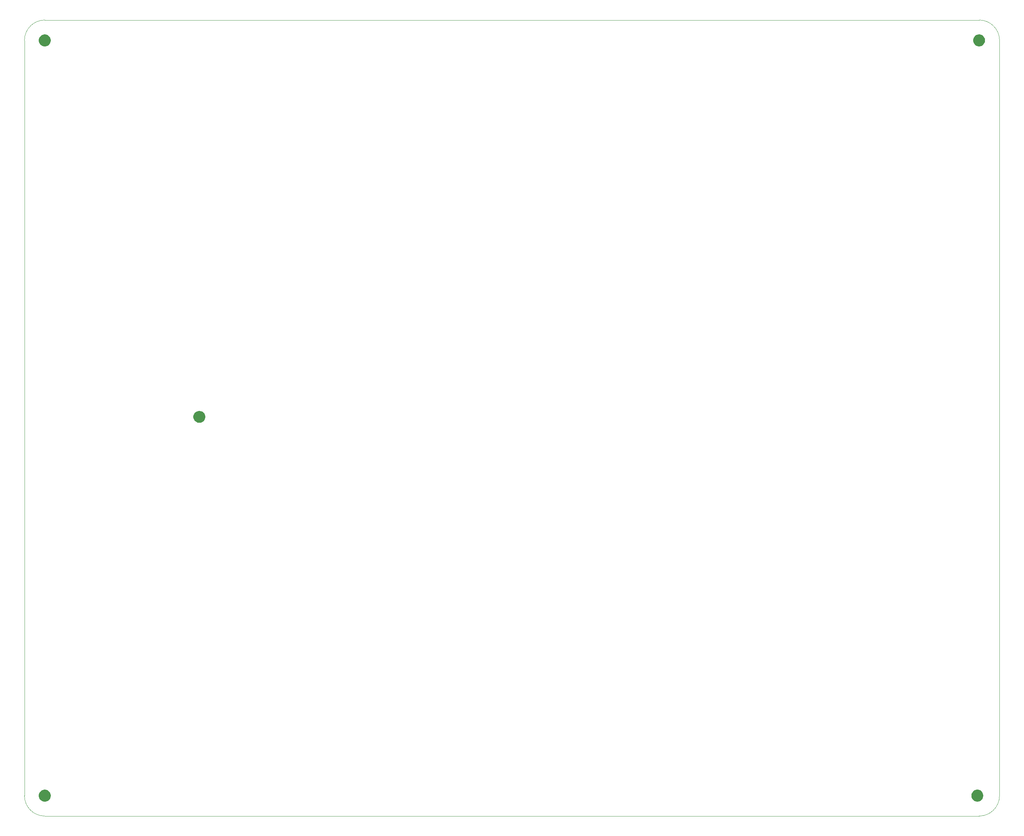
<source format=gbr>
%TF.GenerationSoftware,Altium Limited,Altium Designer,21.6.4 (81)*%
G04 Layer_Color=0*
%FSLAX43Y43*%
%MOMM*%
%TF.SameCoordinates,B094594F-E5AE-4C03-B854-EF891E02AD71*%
%TF.FilePolarity,Positive*%
%TF.FileFunction,Profile,NP*%
%TF.Part,Single*%
G01*
G75*
%TA.AperFunction,Profile*%
%ADD233C,0.025*%
G36*
X238500Y195000D02*
Y194852D01*
X238558Y194562D01*
X238671Y194289D01*
X238835Y194044D01*
X239044Y193835D01*
X239289Y193671D01*
X239562Y193558D01*
X239852Y193500D01*
X240000D01*
X240148D01*
X240438Y193558D01*
X240711Y193671D01*
X240956Y193835D01*
X241165Y194044D01*
X241329Y194289D01*
X241442Y194562D01*
X241500Y194852D01*
Y195000D01*
Y195148D01*
X241442Y195438D01*
X241329Y195711D01*
X241165Y195956D01*
X240956Y196165D01*
X240711Y196329D01*
X240438Y196442D01*
X240148Y196500D01*
X240000D01*
X239852D01*
X239562Y196442D01*
X239289Y196329D01*
X239044Y196165D01*
X238835Y195956D01*
X238671Y195711D01*
X238558Y195438D01*
X238500Y195148D01*
Y195000D01*
D01*
D02*
G37*
G36*
X43868Y98800D02*
X43720D01*
X43430Y98858D01*
X43157Y98971D01*
X42912Y99135D01*
X42703Y99344D01*
X42539Y99589D01*
X42426Y99862D01*
X42368Y100152D01*
Y100300D01*
Y100448D01*
X42426Y100738D01*
X42539Y101011D01*
X42703Y101256D01*
X42912Y101465D01*
X43157Y101629D01*
X43430Y101742D01*
X43720Y101800D01*
X43868D01*
X44016D01*
X44306Y101742D01*
X44579Y101629D01*
X44824Y101465D01*
X45033Y101256D01*
X45197Y101011D01*
X45310Y100738D01*
X45368Y100448D01*
Y100300D01*
Y100152D01*
X45310Y99862D01*
X45197Y99589D01*
X45033Y99344D01*
X44824Y99135D01*
X44579Y98971D01*
X44306Y98858D01*
X44016Y98800D01*
X43868D01*
D01*
D02*
G37*
G36*
X5000Y193500D02*
X4852D01*
X4562Y193558D01*
X4289Y193671D01*
X4044Y193835D01*
X3835Y194044D01*
X3671Y194289D01*
X3558Y194562D01*
X3500Y194852D01*
Y195000D01*
Y195148D01*
X3558Y195438D01*
X3671Y195711D01*
X3835Y195956D01*
X4044Y196165D01*
X4289Y196329D01*
X4562Y196442D01*
X4852Y196500D01*
X5000D01*
X5148D01*
X5438Y196442D01*
X5711Y196329D01*
X5956Y196165D01*
X6165Y195956D01*
X6329Y195711D01*
X6442Y195438D01*
X6500Y195148D01*
Y195000D01*
Y194852D01*
X6442Y194562D01*
X6329Y194289D01*
X6165Y194044D01*
X5956Y193835D01*
X5711Y193671D01*
X5438Y193558D01*
X5148Y193500D01*
X5000D01*
D01*
D02*
G37*
G36*
Y3500D02*
X4852D01*
X4562Y3558D01*
X4289Y3671D01*
X4044Y3835D01*
X3835Y4044D01*
X3671Y4289D01*
X3558Y4562D01*
X3500Y4852D01*
Y5000D01*
Y5148D01*
X3558Y5438D01*
X3671Y5711D01*
X3835Y5956D01*
X4044Y6165D01*
X4289Y6329D01*
X4562Y6442D01*
X4852Y6500D01*
X5000D01*
X5148D01*
X5438Y6442D01*
X5711Y6329D01*
X5956Y6165D01*
X6165Y5956D01*
X6329Y5711D01*
X6442Y5438D01*
X6500Y5148D01*
Y5000D01*
Y4852D01*
X6442Y4562D01*
X6329Y4289D01*
X6165Y4044D01*
X5956Y3835D01*
X5711Y3671D01*
X5438Y3558D01*
X5148Y3500D01*
X5000D01*
D01*
D02*
G37*
G36*
X238050Y5000D02*
Y4852D01*
X238108Y4562D01*
X238221Y4289D01*
X238385Y4044D01*
X238594Y3835D01*
X238839Y3671D01*
X239112Y3558D01*
X239402Y3500D01*
X239550D01*
X239698D01*
X239988Y3558D01*
X240261Y3671D01*
X240506Y3835D01*
X240715Y4044D01*
X240879Y4289D01*
X240992Y4562D01*
X241050Y4852D01*
Y5000D01*
Y5148D01*
X240992Y5438D01*
X240879Y5711D01*
X240715Y5956D01*
X240506Y6165D01*
X240261Y6329D01*
X239988Y6442D01*
X239698Y6500D01*
X239550D01*
X239402D01*
X239112Y6442D01*
X238839Y6329D01*
X238594Y6165D01*
X238385Y5956D01*
X238221Y5711D01*
X238108Y5438D01*
X238050Y5148D01*
Y5000D01*
D01*
D02*
G37*
D233*
X-127Y4914D02*
Y4968D01*
D02*
G02*
X-127Y5000I5131J32D01*
G01*
D02*
G02*
X-127Y5005I127J0D01*
G01*
X-127Y194914D01*
D02*
G02*
X-120Y194957I127J0D01*
G01*
D02*
G02*
X-127Y195000I120J43D01*
G01*
D02*
G02*
X5000Y200127I5127J0D01*
G01*
D02*
G02*
X5003Y200127I-0J-127D01*
G01*
X240026Y200127D01*
D02*
G02*
X240027Y200127I1J-127D01*
G01*
D02*
G02*
X245126Y195136I-27J-5127D01*
G01*
D02*
G02*
X245127Y195115I-125J-22D01*
G01*
X245127Y5115D01*
D02*
G02*
X245114Y5057I-127J0D01*
G01*
D02*
G02*
X245127Y5000I-114J-57D01*
G01*
D02*
G02*
X240000Y-127I-5127J0D01*
G01*
D02*
G02*
X239998Y-127I-0J127D01*
G01*
X5000Y-127D01*
D02*
G02*
X-126Y4899I0J5127D01*
G01*
D02*
G02*
X-127Y4914I127J15D01*
G01*
%TF.MD5,ea092b5f2afa283b0c80e4acbd95b731*%
M02*

</source>
